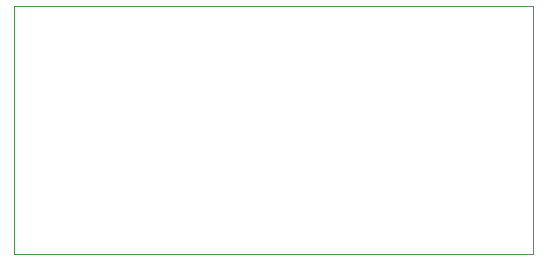
<source format=gbr>
G04 #@! TF.FileFunction,Profile,NP*
%FSLAX46Y46*%
G04 Gerber Fmt 4.6, Leading zero omitted, Abs format (unit mm)*
G04 Created by KiCad (PCBNEW 4.0.7-e2-6376~61~ubuntu18.04.1) date Sun Sep 30 15:28:24 2018*
%MOMM*%
%LPD*%
G01*
G04 APERTURE LIST*
%ADD10C,0.100000*%
G04 APERTURE END LIST*
D10*
X94000000Y-71000000D02*
X88000000Y-71000000D01*
X94000000Y-50000000D02*
X94000000Y-71000000D01*
X88000000Y-50000000D02*
X94000000Y-50000000D01*
X50000000Y-71000000D02*
X50000000Y-50000000D01*
X88000000Y-71000000D02*
X50000000Y-71000000D01*
X50000000Y-50000000D02*
X88000000Y-50000000D01*
M02*

</source>
